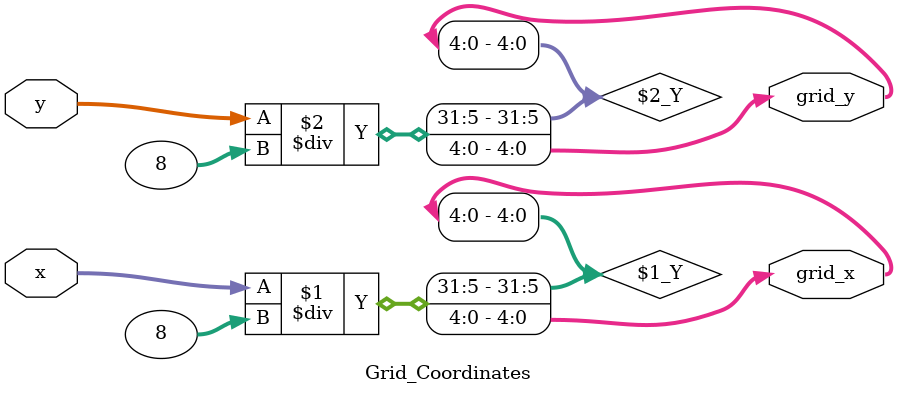
<source format=v>
`timescale 1ns / 1ps


module Grid_Coordinates(
        input [6:0] x,y,
        output [4:0] grid_x,grid_y
    );
        assign grid_x = x / 8;
        assign grid_y = y / 8;
endmodule

</source>
